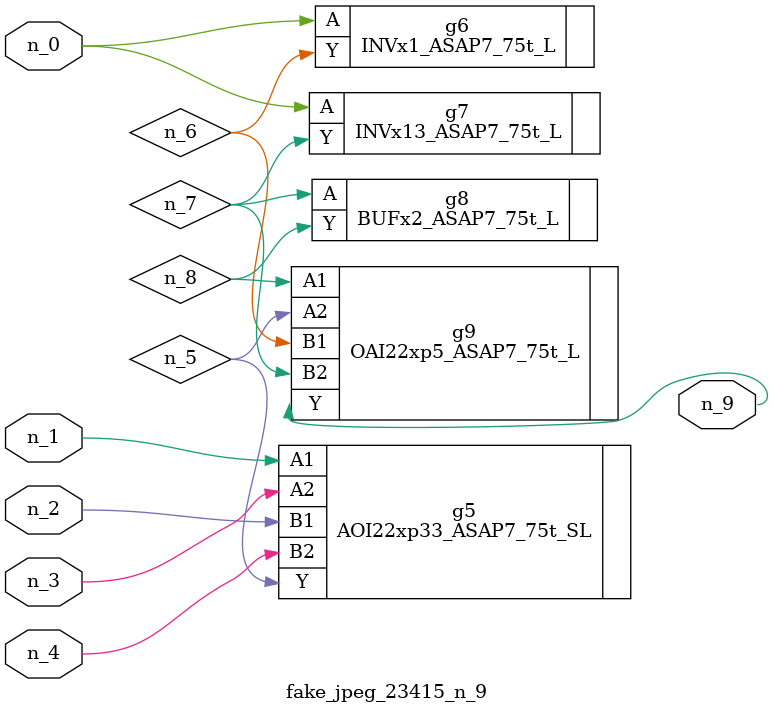
<source format=v>
module fake_jpeg_23415_n_9 (n_3, n_2, n_1, n_0, n_4, n_9);

input n_3;
input n_2;
input n_1;
input n_0;
input n_4;

output n_9;

wire n_8;
wire n_6;
wire n_5;
wire n_7;

AOI22xp33_ASAP7_75t_SL g5 ( 
.A1(n_1),
.A2(n_3),
.B1(n_2),
.B2(n_4),
.Y(n_5)
);

INVx1_ASAP7_75t_L g6 ( 
.A(n_0),
.Y(n_6)
);

INVx13_ASAP7_75t_L g7 ( 
.A(n_0),
.Y(n_7)
);

BUFx2_ASAP7_75t_L g8 ( 
.A(n_7),
.Y(n_8)
);

OAI22xp5_ASAP7_75t_L g9 ( 
.A1(n_8),
.A2(n_5),
.B1(n_6),
.B2(n_7),
.Y(n_9)
);


endmodule
</source>
